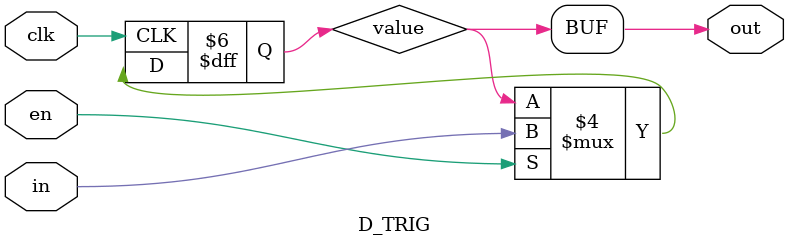
<source format=v>
`timescale 1ns / 1ps

module D_TRIG(
    input clk,
    input in,
    input en,
    output out
);

reg value;

assign out = value;

always @(posedge clk) begin
    if (en == 1) begin
        value <= in;
    end
end

initial begin
    value = 0;
end

endmodule

</source>
